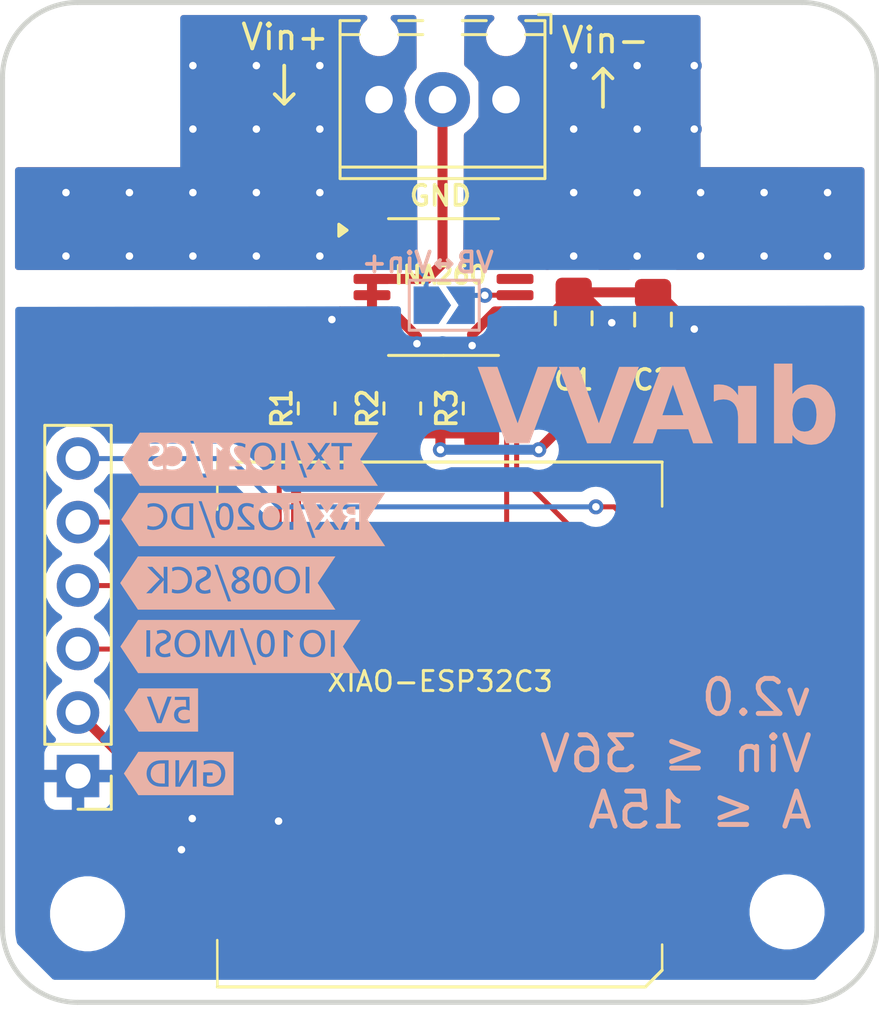
<source format=kicad_pcb>
(kicad_pcb (version 20240108) (generator "pcbnew") (generator_version "8.0")
  (layers (0 "F.Cu" signal) (31 "B.Cu" signal) (34 "B.Paste" user) (35 "F.Paste" user) (36 "B.SilkS" user "B.Silkscreen") (37 "F.SilkS" user "F.Silkscreen") (38 "B.Mask" user) (39 "F.Mask" user) (44 "Edge.Cuts" user))
  (net 0 "")
  (net 1 "+5V")
  (net 2 "GND")
  (net 3 "CS")
  (net 4 "DC")
  (net 5 "SCK")
  (net 6 "MOSI")
  (net 7 "/IN-")
  (net 8 "Net-(JP1-B)")
  (net 9 "ALERT")
  (net 10 "SCL")
  (net 11 "SDA")
  (net 12 "/IN+")
  (footprint "Capacitor_SMD:C_0805_2012Metric_Pad1.18x1.45mm_HandSolder" (layer "F.Cu") (at 127.635 114.3 90)
    (property "Reference" "C2" (at -2.413 0 0) (layer "F.SilkS") (effects (font (size 0.8 0.8))))
    (property "Value" "1µF" (hide yes))
    (pad "1" smd roundrect (at -1.0375 0 90) (size 1.175 1.45) (layers "F.Cu" "F.Paste" "F.Mask") (roundrect_rratio 0.2127659574) (net 1 "+5V"))
    (pad "2" smd roundrect (at 1.0375 0 90) (size 1.175 1.45) (layers "F.Cu" "F.Paste" "F.Mask") (roundrect_rratio 0.2127659574) (net 2 "GND"))
  )
  (footprint "SeeedStudio:MOUDLE14P-SMD-2.54-21X17.8MM" (layer "F.Cu") (at 128 120 180)
    (property "Reference" "U2" (hide yes))
    (property "Value" "XIAO-ESP32C3" (at 8.89 -8.778 180) (layer "F.SilkS") (effects (font (size 0.8 0.8) (thickness 0.12))))
    (pad "1" smd roundrect (at 0.835 -18.12 180) (size 2.75 2) (layers "F.Cu" "F.Paste" "F.Mask") (roundrect_rratio 0.5))
    (pad "2" smd roundrect (at 0.835 -15.58 180) (size 2.75 2) (layers "F.Cu" "F.Paste" "F.Mask") (roundrect_rratio 0.5))
    (pad "3" smd roundrect (at 0.835 -13.04 180) (size 2.75 2) (layers "F.Cu" "F.Paste" "F.Mask") (roundrect_rratio 0.5))
    (pad "4" smd roundrect (at 0.835 -10.5 180) (size 2.75 2) (layers "F.Cu" "F.Paste" "F.Mask") (roundrect_rratio 0.5))
    (pad "5" smd roundrect (at 0.835 -7.96 180) (size 2.75 2) (layers "F.Cu" "F.Paste" "F.Mask") (roundrect_rratio 0.5) (net 11 "SDA"))
    (pad "6" smd roundrect (at 0.835 -5.42 180) (size 2.75 2) (layers "F.Cu" "F.Paste" "F.Mask") (roundrect_rratio 0.5) (net 10 "SCL"))
    (pad "7" smd roundrect (at 0.835 -2.88 180) (size 2.75 2) (layers "F.Cu" "F.Paste" "F.Mask") (roundrect_rratio 0.5) (net 3 "CS"))
    (pad "8" smd roundrect (at 17 -2.88 180) (size 2.75 2) (layers "F.Cu" "F.Paste" "F.Mask") (roundrect_rratio 0.5) (net 4 "DC"))
    (pad "9" smd roundrect (at 17 -5.42 180) (size 2.75 2) (layers "F.Cu" "F.Paste" "F.Mask") (roundrect_rratio 0.5) (net 5 "SCK"))
    (pad "10" smd roundrect (at 17 -7.96 180) (size 2.75 2) (layers "F.Cu" "F.Paste" "F.Mask") (roundrect_rratio 0.5) (net 9 "ALERT"))
    (pad "11" smd roundrect (at 17 -10.5 180) (size 2.75 2) (layers "F.Cu" "F.Paste" "F.Mask") (roundrect_rratio 0.5) (net 6 "MOSI"))
    (pad "12" smd roundrect (at 17 -13.04 180) (size 2.75 2) (layers "F.Cu" "F.Paste" "F.Mask") (roundrect_rratio 0.5))
    (pad "13" smd roundrect (at 17 -15.58 180) (size 2.75 2) (layers "F.Cu" "F.Paste" "F.Mask") (roundrect_rratio 0.5) (net 2 "GND"))
    (pad "14" smd roundrect (at 17 -18.12 180) (size 2.75 2) (layers "F.Cu" "F.Paste" "F.Mask") (roundrect_rratio 0.5) (net 1 "+5V"))
    (zone (net 0) (net_name "") (layer "F.Cu") (connect_pads (clearance 0)) (min_thickness 0.01)
      (keepout (tracks not_allowed) (vias not_allowed) (pads not_allowed) (copperpour not_allowed) (footprints allowed))
      (fill (thermal_gap 0.508) (thermal_bridge_width 0.508))
      (polygon (pts (xy 115.681 137.018) (xy 113.903 137.018) (xy 113.903 134.351) (xy 115.681 134.351)))
    )
    (zone (net 0) (net_name "") (layer "F.Cu") (connect_pads (clearance 0)) (min_thickness 0.01)
      (keepout (tracks not_allowed) (vias not_allowed) (pads not_allowed) (copperpour not_allowed) (footprints allowed))
      (fill (thermal_gap 0.508) (thermal_bridge_width 0.508))
      (polygon (pts (xy 115.681 141.082) (xy 113.903 141.082) (xy 113.903 138.415) (xy 115.681 138.415)))
    )
    (zone (net 0) (net_name "") (layer "F.Cu") (connect_pads (clearance 0)) (min_thickness 0.01)
      (keepout (tracks not_allowed) (vias not_allowed) (pads not_allowed) (copperpour not_allowed) (footprints allowed))
      (fill (thermal_gap 0.508) (thermal_bridge_width 0.508))
      (polygon (pts (xy 118.221 131.303) (xy 115.173 131.303) (xy 115.173 128.255) (xy 118.221 128.255)))
    )
    (zone (net 0) (net_name "") (layer "F.Cu") (connect_pads (clearance 0)) (min_thickness 0.01)
      (keepout (tracks not_allowed) (vias not_allowed) (pads not_allowed) (copperpour not_allowed) (footprints allowed))
      (fill (thermal_gap 0.508) (thermal_bridge_width 0.508))
      (polygon (pts (xy 121.65 123.175) (xy 115.935 123.175) (xy 115.935 120.635) (xy 121.65 120.635)))
    )
    (zone (net 0) (net_name "") (layer "F.Cu") (connect_pads (clearance 0)) (min_thickness 0.01)
      (keepout (tracks not_allowed) (vias not_allowed) (pads not_allowed) (copperpour not_allowed) (footprints allowed))
      (fill (thermal_gap 0.508) (thermal_bridge_width 0.508))
      (polygon (pts (xy 121.65 140.32) (xy 116.443 140.32) (xy 116.443 133.335) (xy 121.65 133.335)))
    )
    (zone (net 0) (net_name "") (layer "F.Cu") (connect_pads (clearance 0)) (min_thickness 0.01)
      (keepout (tracks not_allowed) (vias not_allowed) (pads not_allowed) (copperpour not_allowed) (footprints allowed))
      (fill (thermal_gap 0.508) (thermal_bridge_width 0.508))
      (polygon (pts (xy 124.317 137.018) (xy 122.539 137.018) (xy 122.539 134.351) (xy 124.317 134.351)))
    )
    (zone (net 0) (net_name "") (layer "F.Cu") (connect_pads (clearance 0)) (min_thickness 0.01)
      (keepout (tracks not_allowed) (vias not_allowed) (pads not_allowed) (copperpour not_allowed) (footprints allowed))
      (fill (thermal_gap 0.508) (thermal_bridge_width 0.508))
      (polygon (pts (xy 124.317 141.082) (xy 122.539 141.082) (xy 122.539 138.415) (xy 124.317 138.415)))
    )
    (zone (net 0) (net_name "") (layer "F.Cu") (connect_pads (clearance 0)) (min_thickness 0.01)
      (keepout (tracks not_allowed) (vias not_allowed) (pads not_allowed) (copperpour not_allowed) (footprints allowed))
      (fill (thermal_gap 0.508) (thermal_bridge_width 0.508))
      (polygon (pts (xy 125.0155 132.7635) (xy 122.0945 132.7635) (xy 122.0945 130.7315) (xy 125.0155 130.7315)))
    )
  )
  (footprint "Package_SO:TSSOP-16_4.4x5mm_P0.65mm" (layer "F.Cu") (at 119.25 113)
    (property "Reference" "U1" (hide yes))
    (property "Value" "INA260" (at -0.124 -0.478 0) (layer "F.SilkS") (effects (font (size 0.7 0.7))))
    (pad "1" smd roundrect (at -2.8625 -2.275) (size 1.475 0.4) (layers "F.Cu" "F.Paste" "F.Mask") (net 12 "/IN+"))
    (pad "2" smd roundrect (at -2.8625 -1.625) (size 1.475 0.4) (layers "F.Cu" "F.Paste" "F.Mask") (net 12 "/IN+"))
    (pad "3" smd roundrect (at -2.8625 -0.975) (size 1.475 0.4) (layers "F.Cu" "F.Paste" "F.Mask") (net 12 "/IN+"))
    (pad "4" smd roundrect (at -2.8625 -0.325) (size 1.475 0.4) (layers "F.Cu" "F.Paste" "F.Mask") (net 2 "GND"))
    (pad "5" smd roundrect (at -2.8625 0.325) (size 1.475 0.4) (layers "F.Cu" "F.Paste" "F.Mask") (net 2 "GND"))
    (pad "6" smd roundrect (at -2.8625 0.975) (size 1.475 0.4) (layers "F.Cu" "F.Paste" "F.Mask") (net 2 "GND"))
    (pad "7" smd roundrect (at -2.8625 1.625) (size 1.475 0.4) (layers "F.Cu" "F.Paste" "F.Mask") (net 9 "ALERT"))
    (pad "8" smd roundrect (at -2.8625 2.275) (size 1.475 0.4) (layers "F.Cu" "F.Paste" "F.Mask") (net 11 "SDA"))
    (pad "9" smd roundrect (at 2.8625 2.275) (size 1.475 0.4) (layers "F.Cu" "F.Paste" "F.Mask") (net 10 "SCL"))
    (pad "10" smd roundrect (at 2.8625 1.625) (size 1.475 0.4) (layers "F.Cu" "F.Paste" "F.Mask") (net 1 "+5V"))
    (pad "11" smd roundrect (at 2.8625 0.975) (size 1.475 0.4) (layers "F.Cu" "F.Paste" "F.Mask") (net 2 "GND"))
    (pad "12" smd roundrect (at 2.8625 0.325) (size 1.475 0.4) (layers "F.Cu" "F.Paste" "F.Mask") (net 8 "Net-(JP1-B)"))
    (pad "13" smd roundrect (at 2.8625 -0.325) (size 1.475 0.4) (layers "F.Cu" "F.Paste" "F.Mask"))
    (pad "14" smd roundrect (at 2.8625 -0.975) (size 1.475 0.4) (layers "F.Cu" "F.Paste" "F.Mask") (net 7 "/IN-"))
    (pad "15" smd roundrect (at 2.8625 -1.625) (size 1.475 0.4) (layers "F.Cu" "F.Paste" "F.Mask") (net 7 "/IN-"))
    (pad "16" smd roundrect (at 2.8625 -2.275) (size 1.475 0.4) (layers "F.Cu" "F.Paste" "F.Mask") (net 7 "/IN-"))
  )
  (footprint "TerminalBlock_Phoenix:TerminalBlock_Phoenix_MPT-0,5-3-2.54_1x03_P2.54mm_Horizontal" (layer "F.Cu") (at 121.75 105.5 180)
    (property "Reference" "J1" (hide yes))
    (property "Value" "Input" (hide yes))
    (property "Field5" "Vin+" (at 8.847 2.503 0) (layer "F.SilkS"))
    (property "Field6" "Vin-" (at -3.98 2.376 0) (layer "F.SilkS"))
    (property "Field7" "→" (at 8.72 0.598 -90) (layer "F.SilkS") (effects (font (size 2 2))))
    (property "Field8" "→" (at -3.726 0.471 90) (layer "F.SilkS") (effects (font (size 2 2))))
    (property "Field9" "GND" (at 2.624 -3.847 0) (layer "F.SilkS") (effects (font (size 0.8 0.8))))
    (pad "" np_thru_hole circle (at 0 2.54 180) (size 1.1 1.1) (drill 1.1) (layers "*.Cu" "*.Mask"))
    (pad "" np_thru_hole circle (at 2.54 2.54 180) (size 1.1 1.1) (drill 1.1) (layers "*.Cu" "*.Mask"))
    (pad "" np_thru_hole circle (at 5.08 2.54 180) (size 1.1 1.1) (drill 1.1) (layers "*.Cu" "*.Mask"))
    (pad "1" thru_hole rect (at 0 0 180) (size 2.2 2.2) (drill 1.1) (layers "*.Cu" "*.Mask") (net 7 "/IN-"))
    (pad "2" thru_hole circle (at 2.54 0 180) (size 2.2 2.2) (drill 1.1) (layers "*.Cu" "*.Mask") (net 2 "GND"))
    (pad "3" thru_hole circle (at 5.08 0 180) (size 2.2 2.2) (drill 1.1) (layers "*.Cu" "*.Mask") (net 12 "/IN+"))
  )
  (footprint "Resistor_SMD:R_0805_2012Metric_Pad1.20x1.40mm_HandSolder" (layer "F.Cu") (at 120.777 117.856 90)
    (property "Reference" "R3" (at 0 -1.397 90) (layer "F.SilkS") (effects (font (size 0.8 0.8))))
    (property "Value" "1k" (hide yes))
    (pad "1" smd roundrect (at -1 0 90) (size 1.2 1.4) (layers "F.Cu" "F.Paste" "F.Mask") (roundrect_rratio 0.2083333333) (net 1 "+5V"))
    (pad "2" smd roundrect (at 1 0 90) (size 1.2 1.4) (layers "F.Cu" "F.Paste" "F.Mask") (roundrect_rratio 0.2083333333) (net 10 "SCL"))
  )
  (footprint "MountingHole:MountingHole_2.5mm" (layer "F.Cu") (at 105 105)
    (property "Reference" "H1" (hide yes))
    (property "Value" "MountingHole" (hide yes))
    (pad "" np_thru_hole circle (at 0 0) (size 2.5 2.5) (drill 2.5) (layers "*.Cu" "*.Mask"))
  )
  (footprint "MountingHole:MountingHole_2.5mm" (layer "F.Cu") (at 105.0036 138.0744)
    (property "Reference" "H3" (hide yes))
    (property "Value" "MountingHole" (hide yes))
    (pad "" np_thru_hole circle (at 0 0) (size 2.5 2.5) (drill 2.5) (layers "*.Cu" "*.Mask"))
  )
  (footprint "Connector_PinHeader_2.54mm:PinHeader_1x06_P2.54mm_Vertical" (layer "F.Cu") (at 104.6226 132.5626 180)
    (property "Reference" "J2" (hide yes))
    (property "Value" "Ext Conn" (hide yes))
    (pad "1" thru_hole rect (at 0 0 180) (size 1.7 1.7) (drill 1) (layers "*.Cu" "*.Mask") (net 2 "GND"))
    (pad "2" thru_hole oval (at 0 2.54 180) (size 1.7 1.7) (drill 1) (layers "*.Cu" "*.Mask") (net 1 "+5V"))
    (pad "3" thru_hole oval (at 0 5.08 180) (size 1.7 1.7) (drill 1) (layers "*.Cu" "*.Mask") (net 6 "MOSI"))
    (pad "4" thru_hole oval (at 0 7.62 180) (size 1.7 1.7) (drill 1) (layers "*.Cu" "*.Mask") (net 5 "SCK"))
    (pad "5" thru_hole oval (at 0 10.16 180) (size 1.7 1.7) (drill 1) (layers "*.Cu" "*.Mask") (net 4 "DC"))
    (pad "6" thru_hole oval (at 0 12.7 180) (size 1.7 1.7) (drill 1) (layers "*.Cu" "*.Mask") (net 3 "CS"))
  )
  (footprint "Capacitor_SMD:C_0805_2012Metric_Pad1.18x1.45mm_HandSolder" (layer "F.Cu") (at 124.46 114.2492 90)
    (property "Reference" "C1" (at -2.4638 0.000001 180) (layer "F.SilkS") (effects (font (size 0.8 0.8))))
    (property "Value" "0.1µF" (hide yes))
    (pad "1" smd roundrect (at -1.0375 0 90) (size 1.175 1.45) (layers "F.Cu" "F.Paste" "F.Mask") (roundrect_rratio 0.2127659574) (net 1 "+5V"))
    (pad "2" smd roundrect (at 1.0375 0 90) (size 1.175 1.45) (layers "F.Cu" "F.Paste" "F.Mask") (roundrect_rratio 0.2127659574) (net 2 "GND"))
  )
  (footprint "MountingHole:MountingHole_2.5mm" (layer "F.Cu") (at 133 105)
    (property "Reference" "H2" (hide yes))
    (property "Value" "MountingHole" (hide yes))
    (pad "" np_thru_hole circle (at 0 0) (size 2.5 2.5) (drill 2.5) (layers "*.Cu" "*.Mask"))
  )
  (footprint "MountingHole:MountingHole_2.5mm" (layer "F.Cu") (at 133 138)
    (property "Reference" "H4" (hide yes))
    (property "Value" "MountingHole" (hide yes))
    (pad "" np_thru_hole circle (at 0 0) (size 2.5 2.5) (drill 2.5) (layers "*.Cu" "*.Mask"))
  )
  (footprint "Resistor_SMD:R_0805_2012Metric_Pad1.20x1.40mm_HandSolder" (layer "F.Cu") (at 117.602 117.856 90)
    (property "Reference" "R2" (at 0 -1.397 90) (layer "F.SilkS") (effects (font (size 0.8 0.8))))
    (property "Value" "1k" (hide yes))
    (pad "1" smd roundrect (at -1 0 90) (size 1.2 1.4) (layers "F.Cu" "F.Paste" "F.Mask") (roundrect_rratio 0.2083333333) (net 1 "+5V"))
    (pad "2" smd roundrect (at 1 0 90) (size 1.2 1.4) (layers "F.Cu" "F.Paste" "F.Mask") (roundrect_rratio 0.2083333333) (net 11 "SDA"))
  )
  (footprint "Resistor_SMD:R_0805_2012Metric_Pad1.20x1.40mm_HandSolder" (layer "F.Cu") (at 114.173 117.856 90)
    (property "Reference" "R1" (at 0 -1.397 -90) (layer "F.SilkS") (effects (font (size 0.8 0.8))))
    (property "Value" "1k" (hide yes))
    (pad "1" smd roundrect (at -1 0 90) (size 1.2 1.4) (layers "F.Cu" "F.Paste" "F.Mask") (roundrect_rratio 0.2083333333) (net 1 "+5V"))
    (pad "2" smd roundrect (at 1 0 90) (size 1.2 1.4) (layers "F.Cu" "F.Paste" "F.Mask") (roundrect_rratio 0.2083333333) (net 9 "ALERT"))
  )
  (footprint "kibuzzard-65F26950" (layer "B.Cu") (at 108.65267 132.461 180)
    (property "Reference" "kibuzzard-65F26950" (hide yes))
    (property "Value" "G***" (hide yes))
  )
  (footprint "kibuzzard-65F26930" (layer "B.Cu") (at 111.125 127.381 180)
    (property "Reference" "kibuzzard-65F26930" (hide yes))
    (property "Value" "G***" (hide yes))
  )
  (footprint "kibuzzard-65F26913" (layer "B.Cu") (at 111.506 119.888 180)
    (property "Reference" "kibuzzard-65F26913" (hide yes))
    (property "Value" "G***" (hide yes))
  )
  (footprint "kibuzzard-65F2691B" (layer "B.Cu") (at 111.633 122.301 180)
    (property "Reference" "kibuzzard-65F2691B" (hide yes))
    (property "Value" "G***" (hide yes))
  )
  (footprint "kibuzzard-65F26926" (layer "B.Cu") (at 110.617 124.841 180)
    (property "Reference" "kibuzzard-65F26926" (hide yes))
    (property "Value" "G***" (hide yes))
  )
  (footprint "kibuzzard-65F26955" (layer "B.Cu") (at 107.95 129.921 180)
    (property "Reference" "kibuzzard-65F26955" (hide yes))
    (property "Value" "G***" (hide yes))
  )
  (footprint "Jumper:SolderJumper-2_P1.3mm_Open_TrianglePad1.0x1.5mm" (layer "B.Cu") (at 119.2784 113.7274)
    (property "Reference" "JP1" (hide yes))
    (property "Value" "SolderJumper_2_Open" (hide yes))
    (property "Field5" "VB↔Vin+" (at -0.6604 -1.7134 0) (layer "B.SilkS") (effects (font (size 0.8 0.8)) (justify mirror)))
    (pad "1" smd custom (at -0.725 0) (size 0.3 0.3) (layers "B.Cu" "B.Mask") (net 12 "/IN+") (options (clearance outline) (anchor rect)) (primitives (gr_poly (pts (xy 1 0) (xy 0.5 -0.75) (xy -0.5 -0.75) (xy -0.5 0.75) (xy 0.5 0.75)) (width 0) (fill yes))))
    (pad "2" smd custom (at 0.725 0) (size 0.3 0.3) (layers "B.Cu" "B.Mask") (net 8 "Net-(JP1-B)") (options (clearance outline) (anchor rect)) (primitives (gr_poly (pts (xy 0.5 -0.75) (xy -0.65 -0.75) (xy -0.15 0) (xy -0.65 0.75) (xy 0.5 0.75)) (width 0) (fill yes))))
  )
  (gr_arc (start 136.6 138.6152) (mid 135.72132 140.73652) (end 133.6 141.6152) (stroke (width 0.2)) (layer "Edge.Cuts"))
  (gr_line (start 133.6 141.6152) (end 104.6 141.6152) (stroke (width 0.2)) (layer "Edge.Cuts"))
  (gr_line (start 101.6 138.6152) (end 101.6 104.6152) (stroke (width 0.2)) (layer "Edge.Cuts"))
  (gr_arc (start 133.6 101.6152) (mid 135.72132 102.49388) (end 136.6 104.6152) (stroke (width 0.2)) (layer "Edge.Cuts"))
  (gr_line (start 104.6 101.6152) (end 133.6 101.6152) (stroke (width 0.2)) (layer "Edge.Cuts"))
  (gr_arc (start 101.6 104.6152) (mid 102.47868 102.49388) (end 104.6 101.6152) (stroke (width 0.2)) (layer "Edge.Cuts"))
  (gr_arc (start 104.6 141.6152) (mid 102.47868 140.73652) (end 101.6 138.6152) (stroke (width 0.2)) (layer "Edge.Cuts"))
  (gr_line (start 136.6 104.6152) (end 136.6 138.6152) (stroke (width 0.2)) (layer "Edge.Cuts"))
  (gr_text "drAVV" (at 135.128 119.761 0) (layer "B.SilkS") (effects (font (size 3 3) (thickness 0.1)) (justify left bottom mirror)))
  (gr_text "v2.0\nVin ≤ 36V\nA ≤ 15A" (at 134.112 134.747 0) (layer "B.SilkS") (effects (font (size 1.4 1.4) (thickness 0.2)) (justify left bottom mirror)))
  (segment (start 119.126 118.983) (end 118.999 118.856) (width 0.4) (layer "F.Cu") (net 1))
  (segment (start 113.349 119.68) (end 114.173 118.856) (width 0.4) (layer "F.Cu") (net 1))
  (segment (start 118.999 118.856) (end 120.777 118.856) (width 0.4) (layer "F.Cu") (net 1))
  (segment (start 109.625 138.12) (end 107.68 136.175) (width 0.4) (layer "F.Cu") (net 1))
  (segment (start 117.602 118.856) (end 118.999 118.856) (width 0.4) (layer "F.Cu") (net 1))
  (segment (start 127.3263 115.2867) (end 127.381 115.232) (width 0.4) (layer "F.Cu") (net 1))
  (segment (start 111 138.12) (end 109.625 138.12) (width 0.4) (layer "F.Cu") (net 1))
  (segment (start 115.57 118.856) (end 117.602 118.856) (width 0.4) (layer "F.Cu") (net 1))
  (segment (start 119.126 119.507) (end 119.126 118.983) (width 0.4) (layer "F.Cu") (net 1))
  (segment (start 127.5842 115.2867) (end 127.635 115.3375) (width 0.4) (layer "F.Cu") (net 1))
  (segment (start 122.1125 114.625) (end 123.7983 114.625) (width 0.4) (layer "F.Cu") (net 1))
  (segment (start 114.173 118.856) (end 115.57 118.856) (width 0.4) (layer "F.Cu") (net 1))
  (segment (start 112.451 138.12) (end 113.349 137.222) (width 0.4) (layer "F.Cu") (net 1))
  (segment (start 124.46 115.2867) (end 127.5842 115.2867) (width 0.4) (layer "F.Cu") (net 1))
  (segment (start 124.46 118.11) (end 123.063 119.507) (width 0.4) (layer "F.Cu") (net 1))
  (segment (start 111 138.12) (end 112.451 138.12) (width 0.4) (layer "F.Cu") (net 1))
  (segment (start 107.68 136.175) (end 107.68 133.08) (width 0.4) (layer "F.Cu") (net 1))
  (segment (start 107.68 133.08) (end 104.6226 130.0226) (width 0.4) (layer "F.Cu") (net 1))
  (segment (start 113.349 137.222) (end 113.349 119.68) (width 0.4) (layer "F.Cu") (net 1))
  (segment (start 123.7983 114.625) (end 124.46 115.2867) (width 0.4) (layer "F.Cu") (net 1))
  (segment (start 124.46 115.2867) (end 124.46 118.11) (width 0.4) (layer "F.Cu") (net 1))
  (via (at 123.063 119.507) (size 0.6) (drill 0.3) (layers "F.Cu" "B.Cu") (net 1))
  (via (at 119.126 119.507) (size 0.6) (drill 0.3) (layers "F.Cu" "B.Cu") (net 1))
  (segment (start 123.063 119.507) (end 119.126 119.507) (width 0.4) (layer "B.Cu") (net 1))
  (segment (start 122.1125 113.975) (end 121.315122 113.975) (width 0.4) (layer "F.Cu") (net 2))
  (segment (start 111 135.58) (end 110.5102 135.58) (width 0.4) (layer "F.Cu") (net 2))
  (segment (start 118.1862 114.976322) (end 118.1862 115.2652) (width 0.4) (layer "F.Cu") (net 2))
  (segment (start 116.3875 112.675) (end 118.592 112.675) (width 0.4) (layer "F.Cu") (net 2))
  (segment (start 116.3875 113.325) (end 116.3875 112.675) (width 0.4) (layer "F.Cu") (net 2))
  (segment (start 116.3875 113.975) (end 117.184878 113.975) (width 0.4) (layer "F.Cu") (net 2))
  (segment (start 108.8338 135.58) (end 108.7628 135.509) (width 0.4) (layer "F.Cu") (net 2))
  (segment (start 120.396 114.894122) (end 120.396 115.3414) (width 0.4) (layer "F.Cu") (net 2))
  (segment (start 127.5842 113.2117) (end 127.635 113.2625) (width 0.4) (layer "F.Cu") (net 2))
  (segment (start 115.1076 113.975) (end 114.7826 114.3) (width 0.4) (layer "F.Cu") (net 2))
  (segment (start 124.7687 113.2117) (end 125.984 114.427) (width 0.4) (layer "F.Cu") (net 2))
  (segment (start 127.635 113.2625) (end 127.8675 113.2625) (width 0.4) (layer "F.Cu") (net 2))
  (segment (start 124.46 113.2117) (end 127.5842 113.2117) (width 0.4) (layer "F.Cu") (net 2))
  (segment (start 110.5102 135.58) (end 109.1946 134.2644) (width 0.4) (layer "F.Cu") (net 2))
  (segment (start 111 135.58) (end 108.8338 135.58) (width 0.4) (layer "F.Cu") (net 2))
  (segment (start 121.315122 113.975) (end 120.396 114.894122) (width 0.4) (layer "F.Cu") (net 2))
  (segment (start 116.3875 113.975) (end 116.3875 113.325) (width 0.4) (layer "F.Cu") (net 2))
  (segment (start 124.46 113.2117) (end 124.7687 113.2117) (width 0.4) (layer "F.Cu") (net 2))
  (segment (start 111.435 135.58) (end 112.649 134.366) (width 0.4) (layer "F.Cu") (net 2))
  (segment (start 127.3263 113.2117) (end 127.381 113.157) (width 0.4) (layer "F.Cu") (net 2))
  (segment (start 116.3875 113.975) (end 115.1076 113.975) (width 0.4) (layer "F.Cu") (net 2))
  (segment (start 127.8675 113.2625) (end 129.286 114.681) (width 0.4) (layer "F.Cu") (net 2))
  (segment (start 117.184878 113.975) (end 118.1862 114.976322) (width 0.4) (layer "F.Cu") (net 2))
  (segment (start 123.6967 113.975) (end 123.1646 113.975) (width 0.4) (layer "F.Cu") (net 2))
  (segment (start 118.592 112.675) (end 119.21 112.057) (width 0.4) (layer "F.Cu") (net 2))
  (segment (start 124.46 113.2117) (end 123.6967 113.975) (width 0.4) (layer "F.Cu") (net 2))
  (segment (start 111 135.58) (end 111.8414 135.58) (width 0.4) (layer "F.Cu") (net 2))
  (segment (start 111 135.58) (end 111.435 135.58) (width 0.4) (layer "F.Cu") (net 2))
  (segment (start 119.21 112.057) (end 119.21 105.5) (width 0.4) (layer "F.Cu") (net 2))
  (segment (start 123.1646 113.975) (end 122.1125 113.975) (width 0.4) (layer "F.Cu") (net 2))
  (via (at 109.1946 134.2644) (size 0.6) (drill 0.3) (layers "F.Cu" "B.Cu") (net 2))
  (via (at 125.984 114.427) (size 0.6) (drill 0.3) (layers "F.Cu" "B.Cu") (net 2))
  (via (at 118.1862 115.2652) (size 0.6) (drill 0.3) (layers "F.Cu" "B.Cu") (net 2))
  (via (at 120.396 115.3414) (size 0.6) (drill 0.3) (layers "F.Cu" "B.Cu") (net 2))
  (via (at 114.7826 114.3) (size 0.6) (drill 0.3) (layers "F.Cu" "B.Cu") (net 2))
  (via (at 112.649 134.366) (size 0.6) (drill 0.3) (layers "F.Cu" "B.Cu") (net 2))
  (via (at 129.286 114.681) (size 0.6) (drill 0.3) (layers "F.Cu" "B.Cu") (net 2))
  (via (at 108.7628 135.509) (size 0.6) (drill 0.3) (layers "F.Cu" "B.Cu") (net 2))
  (segment (start 126.078 121.793) (end 127.165 122.88) (width 0.2) (layer "F.Cu") (net 3))
  (segment (start 125.349 121.793) (end 126.078 121.793) (width 0.2) (layer "F.Cu") (net 3))
  (via (at 125.349 121.793) (size 0.6) (drill 0.3) (layers "F.Cu" "B.Cu") (net 3))
  (segment (start 112.649 121.793) (end 125.349 121.793) (width 0.2) (layer "B.Cu") (net 3))
  (segment (start 112.395 121.539) (end 112.649 121.793) (width 0.2) (layer "B.Cu") (net 3))
  (segment (start 104.6226 119.8626) (end 110.7186 119.8626) (width 0.2) (layer "B.Cu") (net 3))
  (segment (start 110.7186 119.8626) (end 112.395 121.539) (width 0.2) (layer "B.Cu") (net 3))
  (segment (start 104.6226 122.4026) (end 110.5226 122.4026) (width 0.2) (layer "F.Cu") (net 4))
  (segment (start 110.5226 122.4026) (end 111 122.88) (width 0.2) (layer "F.Cu") (net 4))
  (segment (start 104.6226 124.9426) (end 110.5226 124.9426) (width 0.2) (layer "F.Cu") (net 5))
  (segment (start 110.5226 124.9426) (end 111 125.42) (width 0.2) (layer "F.Cu") (net 5))
  (segment (start 107.9826 127.4826) (end 111 130.5) (width 0.2) (layer "F.Cu") (net 6))
  (segment (start 104.6226 127.4826) (end 107.9826 127.4826) (width 0.2) (layer "F.Cu") (net 6))
  (via (at 129.54 109.22) (size 0.6) (drill 0.3) (layers "F.Cu" "B.Cu") (net 7))
  (via (at 127 104.14) (size 0.6) (drill 0.3) (layers "F.Cu" "B.Cu") (net 7))
  (via (at 129.286 106.68) (size 0.6) (drill 0.3) (layers "F.Cu" "B.Cu") (net 7))
  (via (at 127 111.76) (size 0.6) (drill 0.3) (layers "F.Cu" "B.Cu") (net 7))
  (via (at 124.46 104.14) (size 0.6) (drill 0.3) (layers "F.Cu" "B.Cu") (net 7))
  (via (at 127 109.22) (size 0.6) (drill 0.3) (layers "F.Cu" "B.Cu") (net 7))
  (via (at 129.286 104.14) (size 0.6) (drill 0.3) (layers "F.Cu" "B.Cu") (net 7))
  (via (at 127 106.68) (size 0.6) (drill 0.3) (layers "F.Cu" "B.Cu") (net 7))
  (via (at 134.62 109.22) (size 0.6) (drill 0.3) (layers "F.Cu" "B.Cu") (net 7))
  (via (at 134.62 111.76) (size 0.6) (drill 0.3) (layers "F.Cu" "B.Cu") (net 7))
  (via (at 124.46 111.76) (size 0.6) (drill 0.3) (layers "F.Cu" "B.Cu") (net 7))
  (via (at 124.46 109.22) (size 0.6) (drill 0.3) (layers "F.Cu" "B.Cu") (net 7))
  (via (at 129.54 111.76) (size 0.6) (drill 0.3) (layers "F.Cu" "B.Cu") (net 7))
  (via (at 132.08 109.22) (size 0.6) (drill 0.3) (layers "F.Cu" "B.Cu") (net 7))
  (via (at 124.46 106.68) (size 0.6) (drill 0.3) (layers "F.Cu" "B.Cu") (net 7))
  (via (at 132.08 111.76) (size 0.6) (drill 0.3) (layers "F.Cu" "B.Cu") (net 7))
  (segment (start 120.904 113.330905) (end 121.1736 113.325) (width 0.2) (layer "F.Cu") (net 8))
  (segment (start 121.1736 113.325) (end 122.1125 113.325) (width 0.2) (layer "F.Cu") (net 8))
  (segment (start 122.0519 113.3856) (end 122.1125 113.325) (width 0.2) (layer "F.Cu") (net 8))
  (via (at 120.904 113.330905) (size 0.6) (drill 0.3) (layers "F.Cu" "B.Cu") (net 8))
  (segment (start 120.396 113.3348) (end 120.0034 113.7274) (width 0.2) (layer "B.Cu") (net 8))
  (segment (start 120.904 113.330905) (end 120.396 113.3348) (width 0.2) (layer "B.Cu") (net 8))
  (segment (start 116.3875 114.625) (end 115.650001 114.625) (width 0.2) (layer "F.Cu") (net 9))
  (segment (start 114.173 116.856) (end 114.173 117.271256) (width 0.2) (layer "F.Cu") (net 9))
  (segment (start 115.650001 114.625) (end 114.173 116.102001) (width 0.2) (layer "F.Cu") (net 9))
  (segment (start 114.173 116.102001) (end 114.173 116.856) (width 0.2) (layer "F.Cu") (net 9))
  (segment (start 112.675 118.354) (end 112.675 126.285) (width 0.2) (layer "F.Cu") (net 9))
  (segment (start 114.173 116.856) (end 112.675 118.354) (width 0.2) (layer "F.Cu") (net 9))
  (segment (start 112.675 126.285) (end 111 127.96) (width 0.2) (layer "F.Cu") (net 9))
  (segment (start 120.777 116.856) (end 120.777 116.6105) (width 0.2) (layer "F.Cu") (net 10))
  (segment (start 120.777 116.6105) (end 122.1125 115.275) (width 0.2) (layer "F.Cu") (net 10))
  (segment (start 122.177 117.556) (end 122.177 120.432) (width 0.2) (layer "F.Cu") (net 10))
  (segment (start 120.777 116.856) (end 121.477 116.856) (width 0.2) (layer "F.Cu") (net 10))
  (segment (start 122.177 120.432) (end 127.165 125.42) (width 0.2) (layer "F.Cu") (net 10))
  (segment (start 121.477 116.856) (end 122.177 117.556) (width 0.2) (layer "F.Cu") (net 10))
  (segment (start 121.777 122.572) (end 121.777 118.271256) (width 0.2) (layer "F.Cu") (net 11))
  (segment (start 121.461744 117.956) (end 118.702 117.956) (width 0.2) (layer "F.Cu") (net 11))
  (segment (start 127.165 127.96) (end 121.777 122.572) (width 0.2) (layer "F.Cu") (net 11))
  (segment (start 121.777 118.271256) (end 121.461744 117.956) (width 0.2) (layer "F.Cu") (net 11))
  (segment (start 116.3875 115.275) (end 117.602 116.4895) (width 0.2) (layer "F.Cu") (net 11))
  (segment (start 117.602 116.856) (end 118.702 117.956) (width 0.2) (layer "F.Cu") (net 11))
  (segment (start 117.602 116.4895) (end 117.602 116.856) (width 0.2) (layer "F.Cu") (net 11))
  (via (at 109.22 111.76) (size 0.6) (drill 0.3) (layers "F.Cu" "B.Cu") (net 12))
  (via (at 109.22 109.22) (size 0.6) (drill 0.3) (layers "F.Cu" "B.Cu") (net 12))
  (via (at 111.76 106.68) (size 0.6) (drill 0.3) (layers "F.Cu" "B.Cu") (net 12))
  (via (at 114.3 109.22) (size 0.6) (drill 0.3) (layers "F.Cu" "B.Cu") (net 12))
  (via (at 106.68 111.76) (size 0.6) (drill 0.3) (layers "F.Cu" "B.Cu") (net 12))
  (via (at 111.76 111.76) (size 0.6) (drill 0.3) (layers "F.Cu" "B.Cu") (net 12))
  (via (at 104.14 111.76) (size 0.6) (drill 0.3) (layers "F.Cu" "B.Cu") (net 12))
  (via (at 109.22 104.14) (size 0.6) (drill 0.3) (layers "F.Cu" "B.Cu") (net 12))
  (via (at 104.14 109.22) (size 0.6) (drill 0.3) (layers "F.Cu" "B.Cu") (net 12))
  (via (at 106.68 109.22) (size 0.6) (drill 0.3) (layers "F.Cu" "B.Cu") (net 12))
  (via (at 114.3 111.76) (size 0.6) (drill 0.3) (layers "F.Cu" "B.Cu") (net 12))
  (via (at 111.76 109.22) (size 0.6) (drill 0.3) (layers "F.Cu" "B.Cu") (net 12))
  (via (at 109.22 106.68) (size 0.6) (drill 0.3) (layers "F.Cu" "B.Cu") (net 12))
  (via (at 111.76 104.14) (size 0.6) (drill 0.3) (layers "F.Cu" "B.Cu") (net 12))
  (via (at 114.3 106.68) (size 0.6) (drill 0.3) (layers "F.Cu" "B.Cu") (net 12))
  (via (at 114.3 104.14) (size 0.6) (drill 0.3) (layers "F.Cu" "B.Cu") (net 12))
  (segment (start 118.5534 112.6098) (end 117.8052 111.8616) (width 0.2) (layer "B.Cu") (net 12))
  (segment (start 118.5534 113.7274) (end 118.5534 112.6098) (width 0.2) (layer "B.Cu") (net 12))
  (zone (net 12) (net_name "/IN+") (layers "F&B.Cu") (connect_pads (clearance 0.5)) (min_thickness 0.25) (fill yes (thermal_gap 0.5) (thermal_bridge_width 0.5))
    (polygon (pts (xy 102.0064 112.3188) (xy 102.0064 108.204) (xy 108.713415 108.202584) (xy 108.713725 102.101516) (xy 118.164713 102.107824) (xy 118.2116 112.3188)))
  )
  (zone (net 7) (net_name "/IN-") (layers "F&B.Cu") (connect_pads (clearance 0.5)) (min_thickness 0.25) (fill yes (thermal_gap 0.5) (thermal_bridge_width 0.5))
    (polygon (pts (xy 136.244185 112.316564) (xy 136.244185 108.201764) (xy 129.53717 108.200348) (xy 129.53686 102.09928) (xy 120.085872 102.105588) (xy 120.038985 112.316564)))
  )
  (zone (net 2) (net_name "GND") (layer "B.Cu") (priority 1) (connect_pads (clearance 0.5)) (min_thickness 0.25) (fill yes (thermal_gap 0.5) (thermal_bridge_width 0.5))
    (polygon (pts (xy 102.108 113.792) (xy 136.144 113.7412) (xy 136.144 138.7348) (xy 134.112 140.716) (xy 103.632 140.716) (xy 102.108 139.192)))
  )
)
</source>
